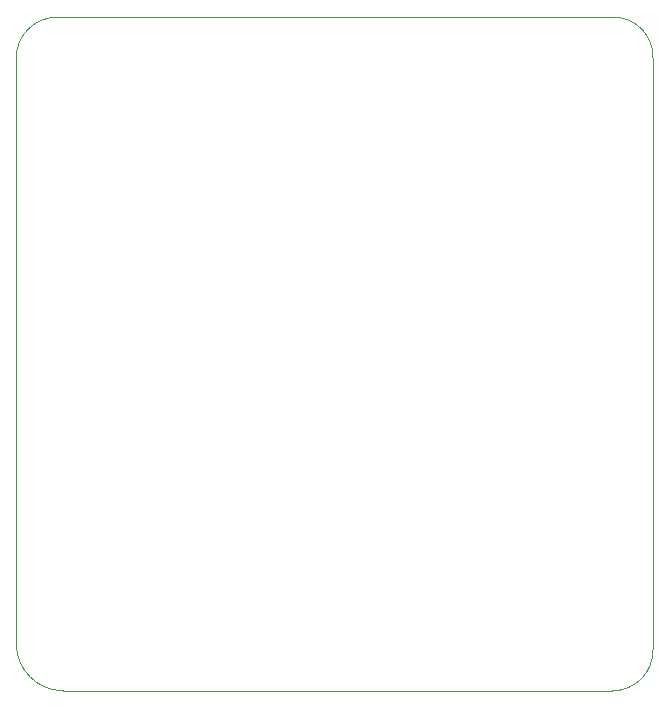
<source format=gbr>
%TF.GenerationSoftware,KiCad,Pcbnew,8.0.1*%
%TF.CreationDate,2024-10-23T08:39:10+02:00*%
%TF.ProjectId,StealthKitty.kicad_pro,53746561-6c74-4684-9b69-7474792e6b69,rev?*%
%TF.SameCoordinates,Original*%
%TF.FileFunction,Profile,NP*%
%FSLAX46Y46*%
G04 Gerber Fmt 4.6, Leading zero omitted, Abs format (unit mm)*
G04 Created by KiCad (PCBNEW 8.0.1) date 2024-10-23 08:39:10*
%MOMM*%
%LPD*%
G01*
G04 APERTURE LIST*
%TA.AperFunction,Profile*%
%ADD10C,0.050000*%
%TD*%
G04 APERTURE END LIST*
D10*
X126746000Y-123571000D02*
G75*
G02*
X122745800Y-119571398I-600J3999600D01*
G01*
X126161966Y-66536988D02*
X173161966Y-66536988D01*
X176662500Y-70050000D02*
X176662500Y-120050000D01*
X173161966Y-66536989D02*
G75*
G02*
X176662499Y-70050000I138034J-3363011D01*
G01*
X122745798Y-119571398D02*
X122750641Y-70084480D01*
X173161979Y-123577097D02*
X126746000Y-123571000D01*
X122750641Y-70084480D02*
G75*
G02*
X126161966Y-66536968I3448859J97480D01*
G01*
X176662498Y-120050000D02*
G75*
G02*
X173161979Y-123577096I-3434498J-92000D01*
G01*
M02*

</source>
